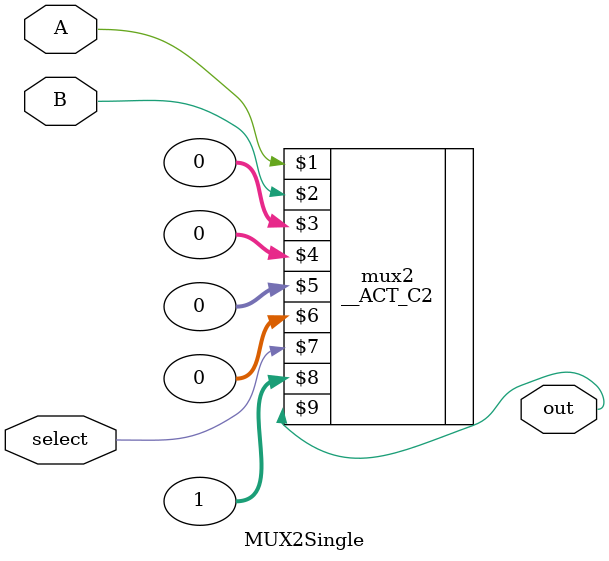
<source format=v>
module MUX2Single #(parameter XLEN = 1) (
    input [XLEN - 1 : 0] A, B,
    input select,

    output [XLEN - 1 : 0] out
);

    __ACT_C2 #(XLEN) mux2(A, B, 0, 0, 0, 0, select, 1, out);

endmodule
</source>
